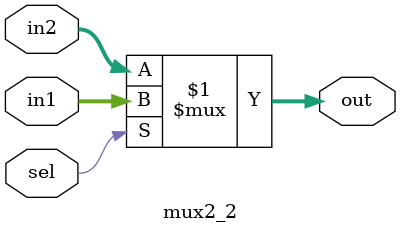
<source format=v>
module mux2_2(in1,in2,sel,out);
	input [7:0] in1,in2;
	input sel;
	output [7:0] out;
	
	assign out= sel?in1:in2; //sel=1,out=in1
endmodule

</source>
